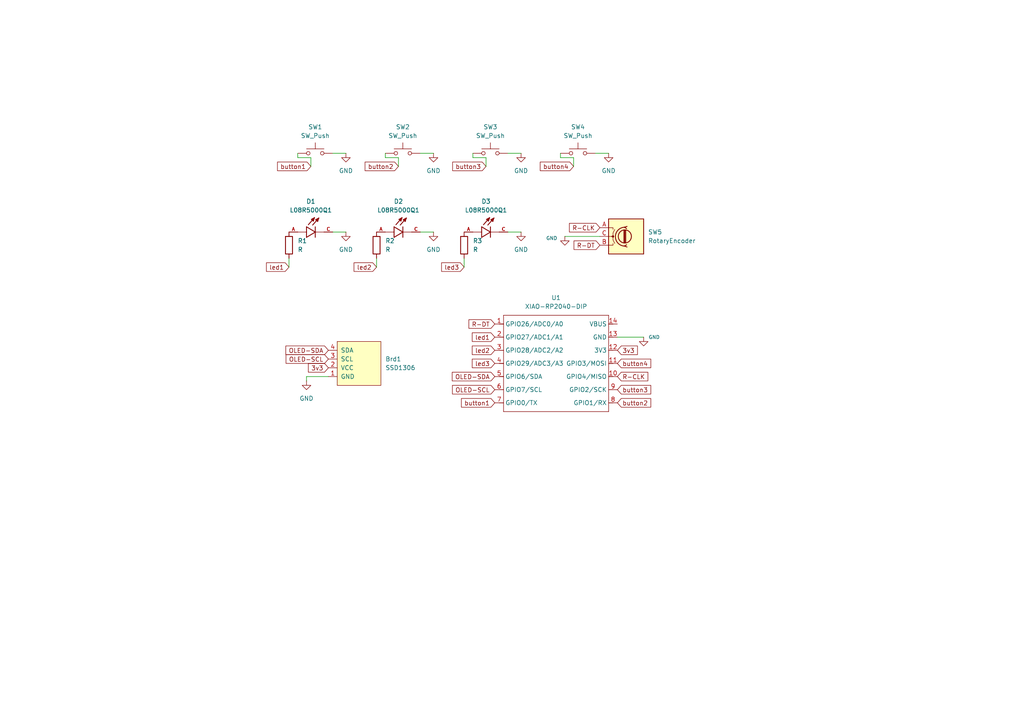
<source format=kicad_sch>
(kicad_sch (version 20250114) (generator "eeschema") (generator_version "9.0")
  (paper "A4")
  (lib_symbols
    (symbol "Device:R" (pin_numbers (hide yes)) (pin_names (offset 0))
      (property "Reference" "R" (at 2.032 0 90))
      (property "Value" "R" (at 0 0 90))
      (symbol "R_0_1"
        (rectangle (start -1.016 -2.54) (end 1.016 2.54) (stroke (width 0.254)))
      )
      (symbol "R_1_1"
        (pin passive line (at 0 3.81 270) (length 1.27) (name "~") (number "1"))
        (pin passive line (at 0 -3.81 90) (length 1.27) (name "~") (number "2"))
      )
    )
    (symbol "Device:RotaryEncoder" (pin_names (offset 0.254) (hide yes))
      (property "Reference" "SW" (at 0 6.604 0))
      (property "Value" "RotaryEncoder" (at 0 -6.604 0))
      (symbol "RotaryEncoder_0_1"
        (rectangle (start -5.08 5.08) (end 5.08 -5.08) (stroke (width 0.254)) (fill (type background)))
        (polyline (pts (xy -5.08 2.54) (xy -3.81 2.54) (xy -3.81 2.032)))
        (polyline (pts (xy -5.08 0) (xy -3.81 0) (xy -3.81 -1.016) (xy -3.302 -2.032)))
        (polyline (pts (xy -5.08 -2.54) (xy -3.81 -2.54) (xy -3.81 -2.032)))
        (polyline (pts (xy -4.318 0) (xy -3.81 0) (xy -3.81 1.016) (xy -3.302 2.032)))
        (circle (center -3.81 0) (radius 0.254) (fill (type outline)))
        (polyline (pts (xy -0.635 -1.778) (xy -0.635 1.778)) (stroke (width 0.254)))
        (circle (center -0.381 0) (radius 1.905) (stroke (width 0.254)))
        (polyline (pts (xy -0.381 -1.778) (xy -0.381 1.778)) (stroke (width 0.254)))
        (arc (start -0.381 -2.794) (mid -3.0988 -0.0635) (end -0.381 2.667) (stroke (width 0.254)))
        (polyline (pts (xy -0.127 1.778) (xy -0.127 -1.778)) (stroke (width 0.254)))
        (polyline (pts (xy 0.254 2.921) (xy -0.508 2.667) (xy 0.127 2.286)) (stroke (width 0.254)))
        (polyline (pts (xy 0.254 -3.048) (xy -0.508 -2.794) (xy 0.127 -2.413)) (stroke (width 0.254)))
      )
      (symbol "RotaryEncoder_1_1"
        (pin passive line (at -7.62 2.54 0) (length 2.54) (name "A") (number "A"))
        (pin passive line (at -7.62 0 0) (length 2.54) (name "C") (number "C"))
        (pin passive line (at -7.62 -2.54 0) (length 2.54) (name "B") (number "B"))
      )
    )
    (symbol "L08R5000Q1:L08R5000Q1" (pin_names (offset 1.016))
      (property "Reference" "D" (at -3.0988 4.4958 0))
      (property "Value" "L08R5000Q1" (at -3.556 -3.302 0))
      (symbol "L08R5000Q1_0_0"
        (polyline (pts (xy -2.54 1.524) (xy -2.54 0)) (stroke (width 0.254)))
        (polyline (pts (xy -2.54 0) (xy -5.08 0)) (stroke (width 0.1524)))
        (polyline (pts (xy -2.54 0) (xy -2.54 -1.524)) (stroke (width 0.254)))
        (polyline (pts (xy -2.54 -1.524) (xy 0 0)) (stroke (width 0.254)))
        (polyline (pts (xy -1.1176 3.683) (xy -0.2286 4.1656)) (stroke (width 0.254)))
        (polyline (pts (xy -0.9398 3.6068) (xy -0.7112 3.7592)) (stroke (width 0.254)))
        (polyline (pts (xy -0.5588 3.2004) (xy -1.1176 3.683)) (stroke (width 0.254)))
        (polyline (pts (xy -0.5588 3.2004) (xy -0.5334 3.937)) (stroke (width 0.254)))
        (polyline (pts (xy -0.5334 3.937) (xy -0.6604 3.937)) (stroke (width 0.254)))
        (polyline (pts (xy -0.2286 4.1656) (xy -2.0066 2.1336)) (stroke (width 0.254)))
        (polyline (pts (xy -0.2286 4.1656) (xy -0.5588 3.2004)) (stroke (width 0.254)))
        (polyline (pts (xy 0 1.524) (xy 0 0)) (stroke (width 0.254)))
        (polyline (pts (xy 0 0) (xy -2.54 1.524)) (stroke (width 0.254)))
        (polyline (pts (xy 0 0) (xy 0 -1.524)) (stroke (width 0.254)))
        (polyline (pts (xy 0.127 3.5814) (xy 1.016 4.064)) (stroke (width 0.254)))
        (polyline (pts (xy 0.3048 3.5052) (xy 0.5334 3.6576)) (stroke (width 0.254)))
        (polyline (pts (xy 0.6858 3.0988) (xy 0.127 3.5814)) (stroke (width 0.254)))
        (polyline (pts (xy 0.6858 3.0988) (xy 0.7112 3.8354)) (stroke (width 0.254)))
        (polyline (pts (xy 0.7112 3.8354) (xy 0.5842 3.8354)) (stroke (width 0.254)))
        (polyline (pts (xy 1.016 4.064) (xy -0.762 2.032)) (stroke (width 0.254)))
        (polyline (pts (xy 1.016 4.064) (xy 0.6858 3.0988)) (stroke (width 0.254)))
        (polyline (pts (xy 2.54 0) (xy 0 0)) (stroke (width 0.1524)))
        (pin passive line (at -7.62 0 0) (length 2.54) (name "~") (number "A"))
        (pin passive line (at 5.08 0 180) (length 2.54) (name "~") (number "C"))
      )
    )
    (symbol "SSD1306-128x64_OLED:SSD1306" (pin_names (offset 1.016))
      (property "Reference" "Brd" (at 0 -3.81 0))
      (property "Value" "SSD1306" (at 0 -1.27 0))
      (symbol "SSD1306_0_1"
        (rectangle (start -6.35 6.35) (end 6.35 -6.35) (fill (type background)))
      )
      (symbol "SSD1306_1_1"
        (pin input line (at -3.81 8.89 270) (length 2.54) (name "GND") (number "1"))
        (pin input line (at -1.27 8.89 270) (length 2.54) (name "VCC") (number "2"))
        (pin input line (at 1.27 8.89 270) (length 2.54) (name "SCL") (number "3"))
        (pin input line (at 3.81 8.89 270) (length 2.54) (name "SDA") (number "4"))
      )
    )
    (symbol "Seeed_Studio_XIAO_Series:XIAO-RP2040-DIP"
      (property "Reference" "U" (at 0 0 0))
      (property "Value" "XIAO-RP2040-DIP" (at 5.334 -1.778 0))
      (symbol "XIAO-RP2040-DIP_1_0"
        (polyline (pts (xy -1.27 -2.54) (xy 29.21 -2.54)) (stroke (width 0.1524)))
        (polyline (pts (xy -1.27 -5.08) (xy -2.54 -5.08)) (stroke (width 0.1524)))
        (polyline (pts (xy -1.27 -5.08) (xy -1.27 -2.54)) (stroke (width 0.1524)))
        (polyline (pts (xy -1.27 -8.89) (xy -2.54 -8.89)) (stroke (width 0.1524)))
        (polyline (pts (xy -1.27 -8.89) (xy -1.27 -5.08)) (stroke (width 0.1524)))
        (polyline (pts (xy -1.27 -12.7) (xy -2.54 -12.7)) (stroke (width 0.1524)))
        (polyline (pts (xy -1.27 -12.7) (xy -1.27 -8.89)) (stroke (width 0.1524)))
        (polyline (pts (xy -1.27 -16.51) (xy -2.54 -16.51)) (stroke (width 0.1524)))
        (polyline (pts (xy -1.27 -16.51) (xy -1.27 -12.7)) (stroke (width 0.1524)))
        (polyline (pts (xy -1.27 -20.32) (xy -2.54 -20.32)) (stroke (width 0.1524)))
        (polyline (pts (xy -1.27 -24.13) (xy -2.54 -24.13)) (stroke (width 0.1524)))
        (polyline (pts (xy -1.27 -27.94) (xy -2.54 -27.94)) (stroke (width 0.1524)))
        (polyline (pts (xy -1.27 -30.48) (xy -1.27 -16.51)) (stroke (width 0.1524)))
        (polyline (pts (xy 29.21 -2.54) (xy 29.21 -5.08)) (stroke (width 0.1524)))
        (polyline (pts (xy 29.21 -5.08) (xy 29.21 -8.89)) (stroke (width 0.1524)))
        (polyline (pts (xy 29.21 -8.89) (xy 29.21 -12.7)) (stroke (width 0.1524)))
        (polyline (pts (xy 29.21 -12.7) (xy 29.21 -30.48)) (stroke (width 0.1524)))
        (polyline (pts (xy 29.21 -30.48) (xy -1.27 -30.48)) (stroke (width 0.1524)))
        (polyline (pts (xy 30.48 -5.08) (xy 29.21 -5.08)) (stroke (width 0.1524)))
        (polyline (pts (xy 30.48 -8.89) (xy 29.21 -8.89)) (stroke (width 0.1524)))
        (polyline (pts (xy 30.48 -12.7) (xy 29.21 -12.7)) (stroke (width 0.1524)))
        (polyline (pts (xy 30.48 -16.51) (xy 29.21 -16.51)) (stroke (width 0.1524)))
        (polyline (pts (xy 30.48 -20.32) (xy 29.21 -20.32)) (stroke (width 0.1524)))
        (polyline (pts (xy 30.48 -24.13) (xy 29.21 -24.13)) (stroke (width 0.1524)))
        (polyline (pts (xy 30.48 -27.94) (xy 29.21 -27.94)) (stroke (width 0.1524)))
        (pin passive line (at -3.81 -5.08 0) (length 2.54) (name "GPIO26/ADC0/A0") (number "1"))
        (pin passive line (at -3.81 -8.89 0) (length 2.54) (name "GPIO27/ADC1/A1") (number "2"))
        (pin passive line (at -3.81 -12.7 0) (length 2.54) (name "GPIO28/ADC2/A2") (number "3"))
        (pin passive line (at -3.81 -16.51 0) (length 2.54) (name "GPIO29/ADC3/A3") (number "4"))
        (pin passive line (at -3.81 -20.32 0) (length 2.54) (name "GPIO6/SDA") (number "5"))
        (pin passive line (at -3.81 -24.13 0) (length 2.54) (name "GPIO7/SCL") (number "6"))
        (pin passive line (at -3.81 -27.94 0) (length 2.54) (name "GPIO0/TX") (number "7"))
        (pin passive line (at 31.75 -5.08 180) (length 2.54) (name "VBUS") (number "14"))
        (pin passive line (at 31.75 -8.89 180) (length 2.54) (name "GND") (number "13"))
        (pin passive line (at 31.75 -12.7 180) (length 2.54) (name "3V3") (number "12"))
        (pin passive line (at 31.75 -16.51 180) (length 2.54) (name "GPIO3/MOSI") (number "11"))
        (pin passive line (at 31.75 -20.32 180) (length 2.54) (name "GPIO4/MISO") (number "10"))
        (pin passive line (at 31.75 -24.13 180) (length 2.54) (name "GPIO2/SCK") (number "9"))
        (pin passive line (at 31.75 -27.94 180) (length 2.54) (name "GPIO1/RX") (number "8"))
      )
    )
    (symbol "Switch:SW_Push" (pin_numbers (hide yes)) (pin_names (offset 1.016) (hide yes))
      (property "Reference" "SW" (at 1.27 2.54 0))
      (property "Value" "SW_Push" (at 0 -1.524 0))
      (symbol "SW_Push_0_1"
        (circle (center -2.032 0) (radius 0.508))
        (polyline (pts (xy 0 1.27) (xy 0 3.048)))
        (circle (center 2.032 0) (radius 0.508))
        (polyline (pts (xy 2.54 1.27) (xy -2.54 1.27)))
        (pin passive line (at -5.08 0 0) (length 2.54) (name "1") (number "1"))
        (pin passive line (at 5.08 0 180) (length 2.54) (name "2") (number "2"))
      )
    )
    (symbol "power:GND" (power) (pin_numbers (hide yes)) (pin_names (offset 0) (hide yes))
      (property "Value" "GND" (at 0 -3.81 0))
      (symbol "GND_0_1"
        (polyline (pts (xy 0 0) (xy 0 -1.27) (xy 1.27 -1.27) (xy 0 -2.54) (xy -1.27 -1.27) (xy 0 -1.27)))
      )
      (symbol "GND_1_1"
        (pin power_in line (at 0 0 270) (length 0) (name "~") (number "1"))
      )
    )
  )
  (wire (pts (xy 95.25 109.22) (xy 88.9 109.22)))
  (wire (pts (xy 83.82 74.93) (xy 83.82 77.47)))
  (wire (pts (xy 115.57 45.72) (xy 111.76 45.72)))
  (wire (pts (xy 111.76 45.72) (xy 111.76 44.45)))
  (wire (pts (xy 179.07 97.79) (xy 186.69 97.79)))
  (wire (pts (xy 166.37 45.72) (xy 162.56 45.72)))
  (wire (pts (xy 90.17 48.26) (xy 90.17 45.72)))
  (wire (pts (xy 96.52 44.45) (xy 100.33 44.45)))
  (wire (pts (xy 140.97 45.72) (xy 137.16 45.72)))
  (wire (pts (xy 90.17 45.72) (xy 86.36 45.72)))
  (wire (pts (xy 147.32 67.31) (xy 151.13 67.31)))
  (wire (pts (xy 96.52 67.31) (xy 100.33 67.31)))
  (wire (pts (xy 166.37 48.26) (xy 166.37 45.72)))
  (wire (pts (xy 162.56 45.72) (xy 162.56 44.45)))
  (wire (pts (xy 88.9 109.22) (xy 88.9 110.49)))
  (wire (pts (xy 134.62 74.93) (xy 134.62 77.47)))
  (wire (pts (xy 109.22 74.93) (xy 109.22 77.47)))
  (wire (pts (xy 140.97 48.26) (xy 140.97 45.72)))
  (wire (pts (xy 147.32 44.45) (xy 151.13 44.45)))
  (wire (pts (xy 115.57 48.26) (xy 115.57 45.72)))
  (wire (pts (xy 137.16 45.72) (xy 137.16 44.45)))
  (wire (pts (xy 172.72 44.45) (xy 176.53 44.45)))
  (wire (pts (xy 121.92 44.45) (xy 125.73 44.45)))
  (wire (pts (xy 163.83 68.58) (xy 173.99 68.58)))
  (wire (pts (xy 86.36 45.72) (xy 86.36 44.45)))
  (wire (pts (xy 121.92 67.31) (xy 125.73 67.31)))
  (global_label "led2" (shape input) (at 143.51 101.6 180) (property "Intersheetrefs" "${INTERSHEET_REFS}" (effects (hide yes))))
  (global_label "led3" (shape input) (at 134.62 77.47 180) (property "Intersheetrefs" "${INTERSHEET_REFS}" (effects (hide yes))))
  (global_label "3v3" (shape input) (at 179.07 101.6 0) (property "Intersheetrefs" "${INTERSHEET_REFS}" (effects (hide yes))))
  (global_label "OLED-SDA" (shape input) (at 95.25 101.6 180) (property "Intersheetrefs" "${INTERSHEET_REFS}" (effects (hide yes))))
  (global_label "OLED-SCL" (shape input) (at 95.25 104.14 180) (property "Intersheetrefs" "${INTERSHEET_REFS}" (effects (hide yes))))
  (global_label "OLED-SDA" (shape input) (at 143.51 109.22 180) (property "Intersheetrefs" "${INTERSHEET_REFS}" (effects (hide yes))))
  (global_label "button4" (shape input) (at 179.07 105.41 0) (property "Intersheetrefs" "${INTERSHEET_REFS}" (effects (hide yes))))
  (global_label "led1" (shape input) (at 143.51 97.79 180) (property "Intersheetrefs" "${INTERSHEET_REFS}" (effects (hide yes))))
  (global_label "button4" (shape input) (at 166.37 48.26 180) (property "Intersheetrefs" "${INTERSHEET_REFS}" (effects (hide yes))))
  (global_label "led2" (shape input) (at 109.22 77.47 180) (property "Intersheetrefs" "${INTERSHEET_REFS}" (effects (hide yes))))
  (global_label "button3" (shape input) (at 179.07 113.03 0) (property "Intersheetrefs" "${INTERSHEET_REFS}" (effects (hide yes))))
  (global_label "OLED-SCL" (shape input) (at 143.51 113.03 180) (property "Intersheetrefs" "${INTERSHEET_REFS}" (effects (hide yes))))
  (global_label "button1" (shape input) (at 143.51 116.84 180) (property "Intersheetrefs" "${INTERSHEET_REFS}" (effects (hide yes))))
  (global_label "3v3" (shape input) (at 95.25 106.68 180) (property "Intersheetrefs" "${INTERSHEET_REFS}" (effects (hide yes))))
  (global_label "led1" (shape input) (at 83.82 77.47 180) (property "Intersheetrefs" "${INTERSHEET_REFS}" (effects (hide yes))))
  (global_label "button2" (shape input) (at 115.57 48.26 180) (property "Intersheetrefs" "${INTERSHEET_REFS}" (effects (hide yes))))
  (global_label "R-CLK" (shape input) (at 179.07 109.22 0) (property "Intersheetrefs" "${INTERSHEET_REFS}" (effects (hide yes))))
  (global_label "led3" (shape input) (at 143.51 105.41 180) (property "Intersheetrefs" "${INTERSHEET_REFS}" (effects (hide yes))))
  (global_label "R-DT" (shape input) (at 173.99 71.12 180) (property "Intersheetrefs" "${INTERSHEET_REFS}" (effects (hide yes))))
  (global_label "button2" (shape input) (at 179.07 116.84 0) (property "Intersheetrefs" "${INTERSHEET_REFS}" (effects (hide yes))))
  (global_label "button1" (shape input) (at 90.17 48.26 180) (property "Intersheetrefs" "${INTERSHEET_REFS}" (effects (hide yes))))
  (global_label "button3" (shape input) (at 140.97 48.26 180) (property "Intersheetrefs" "${INTERSHEET_REFS}" (effects (hide yes))))
  (global_label "R-CLK" (shape input) (at 173.99 66.04 180) (property "Intersheetrefs" "${INTERSHEET_REFS}" (effects (hide yes))))
  (global_label "R-DT" (shape input) (at 143.51 93.98 180) (property "Intersheetrefs" "${INTERSHEET_REFS}" (effects (hide yes))))
  (symbol (lib_id "Switch:SW_Push") (at 142.24 44.45 0) (unit 1)
    (property "Reference" "SW3" (at 142.24 36.83 0))
    (property "Value" "SW_Push" (at 142.24 39.37 0))
    (property "Footprint" "Button_Switch_Keyboard:SW_Cherry_MX_1.00u_PCB" (effects (hide yes)))
    (property "Description" "Push button switch, generic, two pins" (effects (hide yes)))
  )
  (symbol (lib_id "Switch:SW_Push") (at 91.44 44.45 0) (unit 1)
    (property "Reference" "SW1" (at 91.44 36.83 0))
    (property "Value" "SW_Push" (at 91.44 39.37 0))
    (property "Footprint" "Button_Switch_Keyboard:SW_Cherry_MX_1.00u_PCB" (effects (hide yes)))
    (property "Description" "Push button switch, generic, two pins" (effects (hide yes)))
  )
  (symbol (lib_id "Switch:SW_Push") (at 167.64 44.45 0) (unit 1)
    (property "Reference" "SW4" (at 167.64 36.83 0))
    (property "Value" "SW_Push" (at 167.64 39.37 0))
    (property "Footprint" "Button_Switch_Keyboard:SW_Cherry_MX_1.00u_PCB" (effects (hide yes)))
    (property "Description" "Push button switch, generic, two pins" (effects (hide yes)))
  )
  (symbol (lib_id "power:GND") (at 163.83 68.58 0) (unit 1)
    (property "Reference" "#PWR011" (effects (hide yes)))
    (property "Value" "GND" (at 160.02 69.088 0) (effects (font (size 1.016 1.016))))
    (property "Description" "Power symbol creates a global label with name \"GND\" , ground" (effects (hide yes)))
  )
  (symbol (lib_id "power:GND") (at 151.13 67.31 0) (unit 1)
    (property "Reference" "#PWR07" (effects (hide yes)))
    (property "Value" "GND" (at 151.13 72.39 0))
    (property "Description" "Power symbol creates a global label with name \"GND\" , ground" (effects (hide yes)))
  )
  (symbol (lib_id "L08R5000Q1:L08R5000Q1") (at 116.84 67.31 0) (unit 1)
    (property "Reference" "D2" (at 115.57 58.42 0))
    (property "Value" "L08R5000Q1" (at 115.57 60.96 0))
    (property "Footprint" "footprints:LEDRD254W57D500H1070" (effects (hide yes)))
    (property "MF" "LED Technology" (effects (hide yes)))
    (property "MAXIMUM_PACKAGE_HEIGHT" "10.7mm" (effects (hide yes)))
    (property "Package" "None" (effects (hide yes)))
    (property "Price" "None" (effects (hide yes)))
    (property "Check_prices" "https://www.snapeda.com/parts/L08R5000Q1/LED+Technology/view-part/?ref=eda" (effects (hide yes)))
    (property "STANDARD" "IPC-7351B" (effects (hide yes)))
    (property "PARTREV" "NA" (effects (hide yes)))
    (property "SnapEDA_Link" "https://www.snapeda.com/parts/L08R5000Q1/LED+Technology/view-part/?ref=snap" (effects (hide yes)))
    (property "MP" "L08R5000Q1" (effects (hide yes)))
    (property "Description_1" "LED, 5MM, ORANGE; LED / Lamp Size: 5mm / T-1 3/4; LED Colour: Orange; Typ Luminous Intensity: 4.3mcd; Viewing Angle: ..." (effects (hide yes)))
    (property "Availability" "Not in stock" (effects (hide yes)))
    (property "MANUFACTURER" "LED TECHNOLOGY" (effects (hide yes)))
  )
  (symbol (lib_id "power:GND") (at 125.73 44.45 0) (unit 1)
    (property "Reference" "#PWR02" (effects (hide yes)))
    (property "Value" "GND" (at 125.73 49.53 0))
    (property "Description" "Power symbol creates a global label with name \"GND\" , ground" (effects (hide yes)))
  )
  (symbol (lib_id "Device:R") (at 134.62 71.12 0) (unit 1)
    (property "Reference" "R3" (at 137.16 69.8499 0) (effects (justify left)))
    (property "Value" "R" (at 137.16 72.3899 0) (effects (justify left)))
    (property "Footprint" "Resistor_THT:R_Axial_DIN0204_L3.6mm_D1.6mm_P5.08mm_Horizontal" (effects (hide yes)))
    (property "Description" "Resistor" (effects (hide yes)))
  )
  (symbol (lib_id "Device:R") (at 83.82 71.12 0) (unit 1)
    (property "Reference" "R1" (at 86.36 69.8499 0) (effects (justify left)))
    (property "Value" "R" (at 86.36 72.3899 0) (effects (justify left)))
    (property "Footprint" "Resistor_THT:R_Axial_DIN0204_L3.6mm_D1.6mm_P5.08mm_Horizontal" (effects (hide yes)))
    (property "Description" "Resistor" (effects (hide yes)))
  )
  (symbol (lib_id "power:GND") (at 125.73 67.31 0) (unit 1)
    (property "Reference" "#PWR06" (effects (hide yes)))
    (property "Value" "GND" (at 125.73 72.39 0))
    (property "Description" "Power symbol creates a global label with name \"GND\" , ground" (effects (hide yes)))
  )
  (symbol (lib_id "Device:R") (at 109.22 71.12 0) (unit 1)
    (property "Reference" "R2" (at 111.76 69.8499 0) (effects (justify left)))
    (property "Value" "R" (at 111.76 72.3899 0) (effects (justify left)))
    (property "Footprint" "Resistor_THT:R_Axial_DIN0204_L3.6mm_D1.6mm_P5.08mm_Horizontal" (effects (hide yes)))
    (property "Description" "Resistor" (effects (hide yes)))
  )
  (symbol (lib_id "power:GND") (at 88.9 110.49 0) (unit 1)
    (property "Reference" "#PWR09" (effects (hide yes)))
    (property "Value" "GND" (at 88.9 115.57 0))
    (property "Description" "Power symbol creates a global label with name \"GND\" , ground" (effects (hide yes)))
  )
  (symbol (lib_id "power:GND") (at 176.53 44.45 0) (unit 1)
    (property "Reference" "#PWR04" (effects (hide yes)))
    (property "Value" "GND" (at 176.53 49.53 0))
    (property "Description" "Power symbol creates a global label with name \"GND\" , ground" (effects (hide yes)))
  )
  (symbol (lib_id "Seeed_Studio_XIAO_Series:XIAO-RP2040-DIP") (at 147.32 88.9 0) (unit 1)
    (property "Reference" "U1" (at 161.29 86.36 0))
    (property "Value" "XIAO-RP2040-DIP" (at 161.29 88.9 0))
    (property "Footprint" "footprints:XIAO-RP2040-DIP" (effects (hide yes)))
  )
  (symbol (lib_id "SSD1306-128x64_OLED:SSD1306") (at 104.14 105.41 90) (unit 1)
    (property "Reference" "Brd1" (at 111.76 104.1399 90) (effects (justify right)))
    (property "Value" "SSD1306" (at 111.76 106.6799 90) (effects (justify right)))
    (property "Footprint" "footprints:128x64OLED" (effects (hide yes)))
  )
  (symbol (lib_id "power:GND") (at 186.69 97.79 0) (unit 1)
    (property "Reference" "#PWR010" (effects (hide yes)))
    (property "Value" "GND" (at 189.738 97.79 0) (effects (font (size 1.016 1.016))))
    (property "Description" "Power symbol creates a global label with name \"GND\" , ground" (effects (hide yes)))
  )
  (symbol (lib_id "Device:RotaryEncoder") (at 181.61 68.58 0) (unit 1)
    (property "Reference" "SW5" (at 187.96 67.3099 0) (effects (justify left)))
    (property "Value" "RotaryEncoder" (at 187.96 69.8499 0) (effects (justify left)))
    (property "Footprint" "Rotary_Encoder:RotaryEncoder_Alps_EC11E_Vertical_H20mm" (effects (hide yes)))
    (property "Description" "Rotary encoder, dual channel, incremental quadrate outputs" (effects (hide yes)))
  )
  (symbol (lib_id "L08R5000Q1:L08R5000Q1") (at 142.24 67.31 0) (unit 1)
    (property "Reference" "D3" (at 140.97 58.42 0))
    (property "Value" "L08R5000Q1" (at 140.97 60.96 0))
    (property "Footprint" "footprints:LEDRD254W57D500H1070" (effects (hide yes)))
    (property "MF" "LED Technology" (effects (hide yes)))
    (property "MAXIMUM_PACKAGE_HEIGHT" "10.7mm" (effects (hide yes)))
    (property "Package" "None" (effects (hide yes)))
    (property "Price" "None" (effects (hide yes)))
    (property "Check_prices" "https://www.snapeda.com/parts/L08R5000Q1/LED+Technology/view-part/?ref=eda" (effects (hide yes)))
    (property "STANDARD" "IPC-7351B" (effects (hide yes)))
    (property "PARTREV" "NA" (effects (hide yes)))
    (property "SnapEDA_Link" "https://www.snapeda.com/parts/L08R5000Q1/LED+Technology/view-part/?ref=snap" (effects (hide yes)))
    (property "MP" "L08R5000Q1" (effects (hide yes)))
    (property "Description_1" "LED, 5MM, ORANGE; LED / Lamp Size: 5mm / T-1 3/4; LED Colour: Orange; Typ Luminous Intensity: 4.3mcd; Viewing Angle: ..." (effects (hide yes)))
    (property "Availability" "Not in stock" (effects (hide yes)))
    (property "MANUFACTURER" "LED TECHNOLOGY" (effects (hide yes)))
  )
  (symbol (lib_id "Switch:SW_Push") (at 116.84 44.45 0) (unit 1)
    (property "Reference" "SW2" (at 116.84 36.83 0))
    (property "Value" "SW_Push" (at 116.84 39.37 0))
    (property "Footprint" "Button_Switch_Keyboard:SW_Cherry_MX_1.00u_PCB" (effects (hide yes)))
    (property "Description" "Push button switch, generic, two pins" (effects (hide yes)))
  )
  (symbol (lib_id "L08R5000Q1:L08R5000Q1") (at 91.44 67.31 0) (unit 1)
    (property "Reference" "D1" (at 90.17 58.42 0))
    (property "Value" "L08R5000Q1" (at 90.17 60.96 0))
    (property "Footprint" "footprints:LEDRD254W57D500H1070" (effects (hide yes)))
    (property "MF" "LED Technology" (effects (hide yes)))
    (property "MAXIMUM_PACKAGE_HEIGHT" "10.7mm" (effects (hide yes)))
    (property "Package" "None" (effects (hide yes)))
    (property "Price" "None" (effects (hide yes)))
    (property "Check_prices" "https://www.snapeda.com/parts/L08R5000Q1/LED+Technology/view-part/?ref=eda" (effects (hide yes)))
    (property "STANDARD" "IPC-7351B" (effects (hide yes)))
    (property "PARTREV" "NA" (effects (hide yes)))
    (property "SnapEDA_Link" "https://www.snapeda.com/parts/L08R5000Q1/LED+Technology/view-part/?ref=snap" (effects (hide yes)))
    (property "MP" "L08R5000Q1" (effects (hide yes)))
    (property "Description_1" "LED, 5MM, ORANGE; LED / Lamp Size: 5mm / T-1 3/4; LED Colour: Orange; Typ Luminous Intensity: 4.3mcd; Viewing Angle: ..." (effects (hide yes)))
    (property "Availability" "Not in stock" (effects (hide yes)))
    (property "MANUFACTURER" "LED TECHNOLOGY" (effects (hide yes)))
  )
  (symbol (lib_id "power:GND") (at 100.33 67.31 0) (unit 1)
    (property "Reference" "#PWR05" (effects (hide yes)))
    (property "Value" "GND" (at 100.33 72.39 0))
    (property "Description" "Power symbol creates a global label with name \"GND\" , ground" (effects (hide yes)))
  )
  (symbol (lib_id "power:GND") (at 100.33 44.45 0) (unit 1)
    (property "Reference" "#PWR01" (effects (hide yes)))
    (property "Value" "GND" (at 100.33 49.53 0))
    (property "Description" "Power symbol creates a global label with name \"GND\" , ground" (effects (hide yes)))
  )
  (symbol (lib_id "power:GND") (at 151.13 44.45 0) (unit 1)
    (property "Reference" "#PWR03" (effects (hide yes)))
    (property "Value" "GND" (at 151.13 49.53 0))
    (property "Description" "Power symbol creates a global label with name \"GND\" , ground" (effects (hide yes)))
  )
)
</source>
